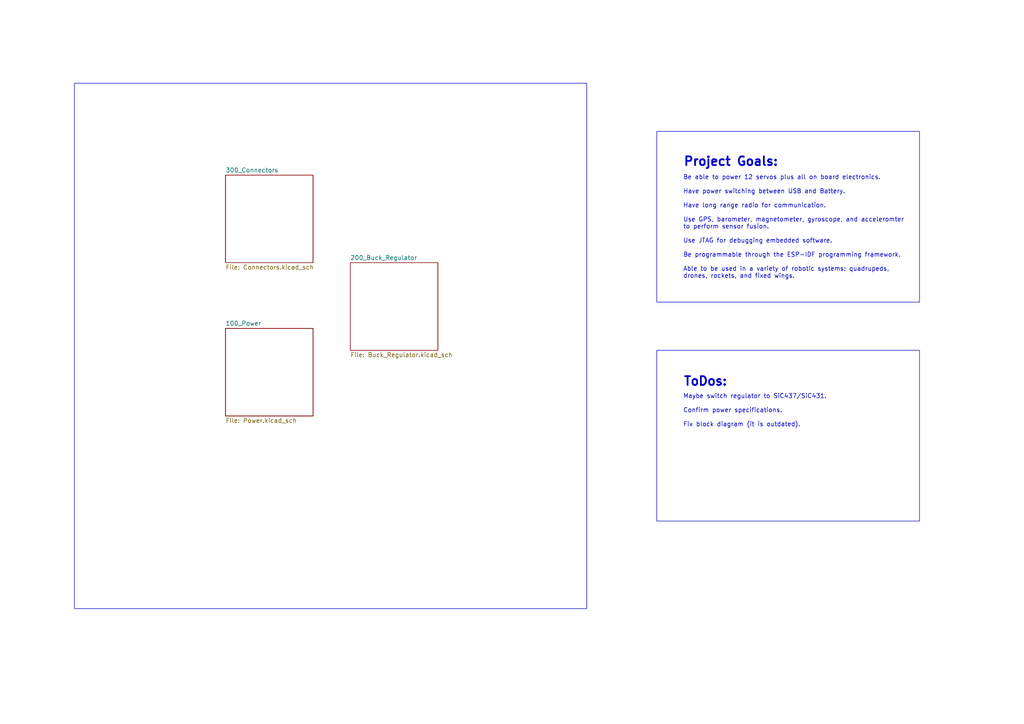
<source format=kicad_sch>
(kicad_sch
	(version 20250114)
	(generator "eeschema")
	(generator_version "9.0")
	(uuid "c0b09de1-c640-438f-9ef5-dda14a6aac71")
	(paper "A4")
	(title_block
		(title "PDB AURA")
		(date "25-05-2025")
		(rev "0.0.1")
	)
	(lib_symbols)
	(rectangle
		(start 190.5 101.6)
		(end 266.7 151.13)
		(stroke
			(width 0)
			(type default)
		)
		(fill
			(type none)
		)
		(uuid 042c719f-3521-4d3d-9c16-433954618e02)
	)
	(rectangle
		(start 190.5 38.1)
		(end 266.7 87.63)
		(stroke
			(width 0)
			(type default)
		)
		(fill
			(type none)
		)
		(uuid 4fdfd36e-619e-4e2a-a450-7c3631cceab2)
	)
	(rectangle
		(start 21.59 24.13)
		(end 170.18 176.53)
		(stroke
			(width 0)
			(type default)
		)
		(fill
			(type none)
		)
		(uuid 6c7b8737-5bd1-4416-9439-eb4fc63ca7cf)
	)
	(text "ToDos:"
		(exclude_from_sim no)
		(at 198.12 110.744 0)
		(effects
			(font
				(size 2.54 2.54)
				(thickness 0.508)
				(bold yes)
			)
			(justify left)
		)
		(uuid "081ae805-07d1-491f-b480-74d2a46aa85e")
	)
	(text "Be able to power 12 servos plus all on board electronics.\n\nHave power switching between USB and Battery. \n\nHave long range radio for communication.\n\nUse GPS, barometer, magnetometer, gyroscope, and acceleromter\nto perform sensor fusion.\n\nUse JTAG for debugging embedded software.\n\nBe programmable through the ESP-IDF programming framework.\n\nAble to be used in a variety of robotic systems: quadrupeds,\ndrones, rockets, and fixed wings.\n\n"
		(exclude_from_sim no)
		(at 198.12 50.8 0)
		(effects
			(font
				(size 1.27 1.27)
				(thickness 0.1588)
			)
			(justify left top)
		)
		(uuid "54568c30-a9d8-4f6a-9e2c-fe2f2e2d2a87")
	)
	(text "Maybe switch regulator to SiC437/SiC431.\n\nConfirm power specifications.\n\nFix block diagram (it is outdated)."
		(exclude_from_sim no)
		(at 198.12 114.3 0)
		(effects
			(font
				(size 1.27 1.27)
				(thickness 0.1588)
			)
			(justify left top)
		)
		(uuid "946cb259-ce20-44b4-ac2e-62322e084502")
	)
	(text "Project Goals:\n"
		(exclude_from_sim no)
		(at 198.12 46.99 0)
		(effects
			(font
				(size 2.54 2.54)
				(thickness 0.508)
				(bold yes)
			)
			(justify left)
		)
		(uuid "bbaf2613-c649-4332-bd37-883a28b2b15a")
	)
	(sheet
		(at 65.405 50.8)
		(size 25.4 25.4)
		(exclude_from_sim no)
		(in_bom yes)
		(on_board yes)
		(dnp no)
		(fields_autoplaced yes)
		(stroke
			(width 0.1524)
			(type solid)
		)
		(fill
			(color 0 0 0 0.0000)
		)
		(uuid "bf94e7c9-9821-4c41-aadb-9bb6d92f20f0")
		(property "Sheetname" "300_Connectors"
			(at 65.405 50.0884 0)
			(effects
				(font
					(size 1.27 1.27)
				)
				(justify left bottom)
			)
		)
		(property "Sheetfile" "Connectors.kicad_sch"
			(at 65.405 76.7846 0)
			(effects
				(font
					(size 1.27 1.27)
				)
				(justify left top)
			)
		)
		(instances
			(project "PDB_AURA"
				(path "/c0b09de1-c640-438f-9ef5-dda14a6aac71"
					(page "4")
				)
			)
		)
	)
	(sheet
		(at 65.405 95.25)
		(size 25.4 25.4)
		(exclude_from_sim no)
		(in_bom yes)
		(on_board yes)
		(dnp no)
		(fields_autoplaced yes)
		(stroke
			(width 0.1524)
			(type solid)
		)
		(fill
			(color 0 0 0 0.0000)
		)
		(uuid "c5906580-2f17-4557-899f-eb3151fe9c9e")
		(property "Sheetname" "100_Power"
			(at 65.405 94.5384 0)
			(effects
				(font
					(size 1.27 1.27)
				)
				(justify left bottom)
			)
		)
		(property "Sheetfile" "Power.kicad_sch"
			(at 65.405 121.2346 0)
			(effects
				(font
					(size 1.27 1.27)
				)
				(justify left top)
			)
		)
		(instances
			(project "PDB_AURA"
				(path "/c0b09de1-c640-438f-9ef5-dda14a6aac71"
					(page "2")
				)
			)
		)
	)
	(sheet
		(at 101.6 76.2)
		(size 25.4 25.4)
		(exclude_from_sim no)
		(in_bom yes)
		(on_board yes)
		(dnp no)
		(fields_autoplaced yes)
		(stroke
			(width 0.1524)
			(type solid)
		)
		(fill
			(color 0 0 0 0.0000)
		)
		(uuid "fd9d4dc4-eb25-4137-a171-84ba4dc47284")
		(property "Sheetname" "200_Buck_Regulator"
			(at 101.6 75.4884 0)
			(effects
				(font
					(size 1.27 1.27)
				)
				(justify left bottom)
			)
		)
		(property "Sheetfile" "Buck_Regulator.kicad_sch"
			(at 101.6 102.1846 0)
			(effects
				(font
					(size 1.27 1.27)
				)
				(justify left top)
			)
		)
		(instances
			(project "PDB_AURA"
				(path "/c0b09de1-c640-438f-9ef5-dda14a6aac71"
					(page "3")
				)
			)
		)
	)
	(sheet_instances
		(path "/"
			(page "1")
		)
	)
	(embedded_fonts no)
)

</source>
